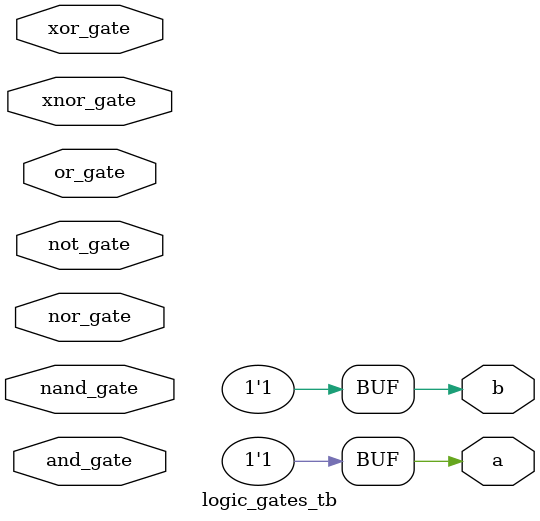
<source format=v>
module logic_gates_tb(
  input wire and_gate,or_gate,not_gate,nand_gate,nor_gate,xor_gate,xnor_gate,output reg a,b);
  logic_gates dut(.a(a), .b(b), .and_gate(and_gate), .or_gate(or_gate), .not_gate(not_gate), .nand_gate(nand_gate), .nor_gate(nor_gate), .xor_gate(xor_gate), .xnor_gate(xnor_gate));
  initial begin
    $monitor("CE= a=%b b=%b and_gate=%b or_gate=%b not_gate=%b nand_gate=%b nor_gate=%b xor_gate=%b xnor_gate=%b",$time,a,b,and_gate,or_gate,not_gate,nand_gate,nor_gate,xor_gate,xnor_gate);

    #1 a=1'b0;b=1'b0;
    #1 a=1'b0;b=1'b1;
    #1 a=1'b1;b=1'b0;
    #1 a=1'b1;b=1'b1;
  end
endmodule

</source>
